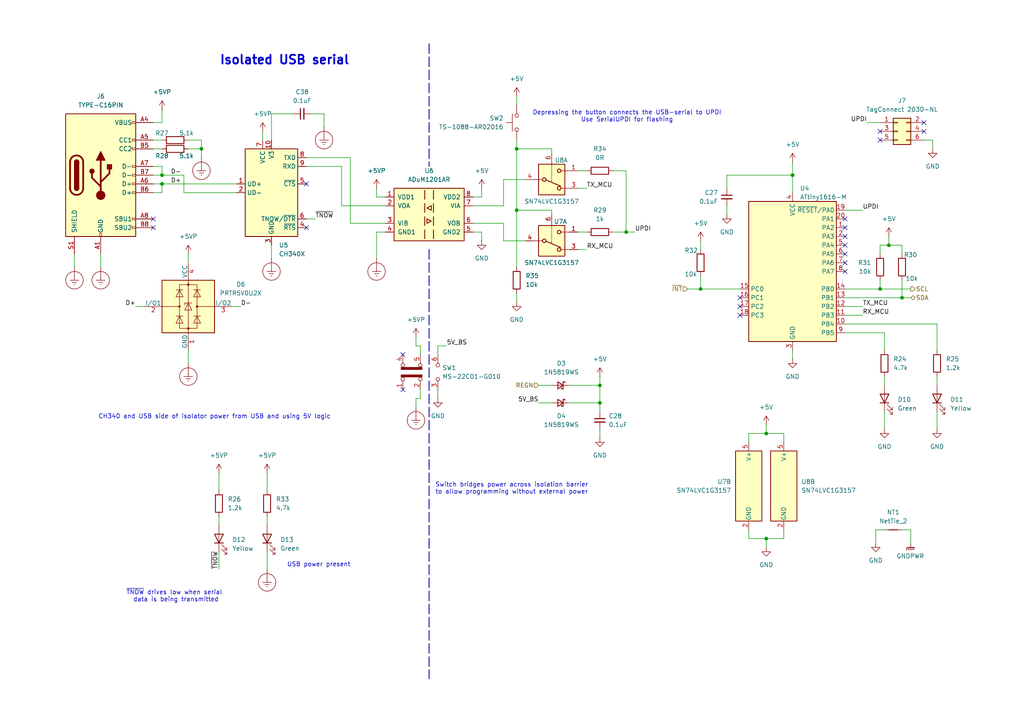
<source format=kicad_sch>
(kicad_sch (version 20250114) (generator "eeschema") (generator_version "9.0")
  (paper "A4")
  (title_block (title "Control MCU with Isolated USB-Serial Interface") (rev "1.0") (comment 1 "Through-hole connectors not to be installed as part of PCBA"))
  (lib_symbols
    (symbol "Analog_Switch:NC7SB3157P6X" (pin_names (offset 0.127))
      (property "Reference" "U" (at -3.175 7.239 0))
      (property "Value" "NC7SB3157P6X" (at -3.175 5.461 0))
      (symbol "NC7SB3157P6X_1_1"
        (polyline (pts (xy -5.08 0) (xy -2.794 0)))
        (rectangle (start -3.81 4.445) (end 3.81 -4.445) (stroke (width 0.254)) (fill (type background)))
        (circle (center -2.159 0) (radius 0.508) (stroke (width 0.254)))
        (polyline (pts (xy -1.651 0.127) (xy 2.54 1.905)) (stroke (width 0.254)))
        (polyline (pts (xy 0 0.254) (xy 0 0.508)))
        (polyline (pts (xy 0 0.254) (xy 0 0.508)))
        (polyline (pts (xy 0 -0.254) (xy 0 0)))
        (polyline (pts (xy 0 -0.762) (xy 0 -0.508)))
        (polyline (pts (xy 0 -1.27) (xy 0 -1.016)))
        (polyline (pts (xy 0 -1.778) (xy 0 -1.524)))
        (polyline (pts (xy 0 -2.286) (xy 0 -2.032)))
        (polyline (pts (xy 0 -2.794) (xy 0 -2.54)))
        (polyline (pts (xy 0 -3.302) (xy 0 -3.048)))
        (polyline (pts (xy 0 -3.81) (xy 0 -3.556)))
        (polyline (pts (xy 0 -4.318) (xy 0 -4.064)))
        (polyline (pts (xy 0 -5.08) (xy 0 -4.572)))
        (circle (center 2.159 2.54) (radius 0.508) (stroke (width 0.254)))
        (circle (center 2.159 -2.54) (radius 0.508) (stroke (width 0.254)))
        (polyline (pts (xy 5.08 2.54) (xy 2.794 2.54)))
        (polyline (pts (xy 5.08 -2.54) (xy 2.794 -2.54)))
        (pin passive line (at -7.62 0 0) (length 2.54) (name "~") (number "4"))
        (pin input line (at 0 -7.62 90) (length 2.54) (name "~") (number "6"))
        (pin passive line (at 7.62 2.54 180) (length 2.54) (name "~") (number "3"))
        (pin passive line (at 7.62 -2.54 180) (length 2.54) (name "~") (number "1"))
      )
      (symbol "NC7SB3157P6X_2_0"
        (pin power_in line (at 0 12.7 270) (length 2.54) (name "V+") (number "5"))
        (pin power_in line (at 0 -12.7 90) (length 2.54) (name "GND") (number "2"))
      )
      (symbol "NC7SB3157P6X_2_1"
        (rectangle (start -3.81 10.16) (end 3.81 -10.16) (stroke (width 0.254)) (fill (type background)))
      )
    )
    (symbol "Connector:USB_C_Receptacle_USB2.0_16P" (pin_names (offset 1.016))
      (property "Reference" "J" (at 0 22.225 0))
      (property "Value" "USB_C_Receptacle_USB2.0_16P" (at 0 19.685 0))
      (symbol "USB_C_Receptacle_USB2.0_16P_0_0"
        (rectangle (start -0.254 -17.78) (end 0.254 -16.764))
        (rectangle (start 10.16 15.494) (end 9.144 14.986))
        (rectangle (start 10.16 10.414) (end 9.144 9.906))
        (rectangle (start 10.16 7.874) (end 9.144 7.366))
        (rectangle (start 10.16 2.794) (end 9.144 2.286))
        (rectangle (start 10.16 0.254) (end 9.144 -0.254))
        (rectangle (start 10.16 -2.286) (end 9.144 -2.794))
        (rectangle (start 10.16 -4.826) (end 9.144 -5.334))
        (rectangle (start 10.16 -12.446) (end 9.144 -12.954))
        (rectangle (start 10.16 -14.986) (end 9.144 -15.494))
      )
      (symbol "USB_C_Receptacle_USB2.0_16P_0_1"
        (rectangle (start -10.16 17.78) (end 10.16 -17.78) (stroke (width 0.254)) (fill (type background)))
        (polyline (pts (xy -8.89 -3.81) (xy -8.89 3.81)) (stroke (width 0.508)))
        (rectangle (start -7.62 -3.81) (end -6.35 3.81) (stroke (width 0.254)) (fill (type outline)))
        (arc (start -7.62 3.81) (mid -6.985 4.4423) (end -6.35 3.81) (stroke (width 0.254)))
        (arc (start -7.62 3.81) (mid -6.985 4.4423) (end -6.35 3.81) (stroke (width 0.254)) (fill (type outline)))
        (arc (start -8.89 3.81) (mid -6.985 5.7067) (end -5.08 3.81) (stroke (width 0.508)))
        (arc (start -5.08 -3.81) (mid -6.985 -5.7067) (end -8.89 -3.81) (stroke (width 0.508)))
        (arc (start -6.35 -3.81) (mid -6.985 -4.4423) (end -7.62 -3.81) (stroke (width 0.254)))
        (arc (start -6.35 -3.81) (mid -6.985 -4.4423) (end -7.62 -3.81) (stroke (width 0.254)) (fill (type outline)))
        (polyline (pts (xy -5.08 3.81) (xy -5.08 -3.81)) (stroke (width 0.508)))
        (circle (center -2.54 1.143) (radius 0.635) (stroke (width 0.254)) (fill (type outline)))
        (polyline (pts (xy -1.27 4.318) (xy 0 6.858) (xy 1.27 4.318) (xy -1.27 4.318)) (stroke (width 0.254)) (fill (type outline)))
        (polyline (pts (xy 0 -2.032) (xy 2.54 0.508) (xy 2.54 1.778)) (stroke (width 0.508)))
        (polyline (pts (xy 0 -3.302) (xy -2.54 -0.762) (xy -2.54 0.508)) (stroke (width 0.508)))
        (polyline (pts (xy 0 -5.842) (xy 0 4.318)) (stroke (width 0.508)))
        (circle (center 0 -5.842) (radius 1.27) (fill (type outline)))
        (rectangle (start 1.905 1.778) (end 3.175 3.048) (stroke (width 0.254)) (fill (type outline)))
      )
      (symbol "USB_C_Receptacle_USB2.0_16P_1_1"
        (pin passive line (at -7.62 -22.86 90) (length 5.08) (name "SHIELD") (number "S1"))
        (pin passive line (at 0 -22.86 90) (length 5.08) (name "GND") (number "A1"))
        (pin passive line (at 0 -22.86 90) (length 5.08) (hide yes) (name "GND") (number "A12"))
        (pin passive line (at 0 -22.86 90) (length 5.08) (hide yes) (name "GND") (number "B1"))
        (pin passive line (at 0 -22.86 90) (length 5.08) (hide yes) (name "GND") (number "B12"))
        (pin passive line (at 15.24 15.24 180) (length 5.08) (name "VBUS") (number "A4"))
        (pin passive line (at 15.24 15.24 180) (length 5.08) (hide yes) (name "VBUS") (number "A9"))
        (pin passive line (at 15.24 15.24 180) (length 5.08) (hide yes) (name "VBUS") (number "B4"))
        (pin passive line (at 15.24 15.24 180) (length 5.08) (hide yes) (name "VBUS") (number "B9"))
        (pin bidirectional line (at 15.24 10.16 180) (length 5.08) (name "CC1") (number "A5"))
        (pin bidirectional line (at 15.24 7.62 180) (length 5.08) (name "CC2") (number "B5"))
        (pin bidirectional line (at 15.24 2.54 180) (length 5.08) (name "D-") (number "A7"))
        (pin bidirectional line (at 15.24 0 180) (length 5.08) (name "D-") (number "B7"))
        (pin bidirectional line (at 15.24 -2.54 180) (length 5.08) (name "D+") (number "A6"))
        (pin bidirectional line (at 15.24 -5.08 180) (length 5.08) (name "D+") (number "B6"))
        (pin bidirectional line (at 15.24 -12.7 180) (length 5.08) (name "SBU1") (number "A8"))
        (pin bidirectional line (at 15.24 -15.24 180) (length 5.08) (name "SBU2") (number "B8"))
      )
    )
    (symbol "Connector_Generic:Conn_02x03_Odd_Even" (pin_names (offset 1.016) (hide yes))
      (property "Reference" "J" (at 1.27 5.08 0))
      (property "Value" "Conn_02x03_Odd_Even" (at 1.27 -5.08 0))
      (symbol "Conn_02x03_Odd_Even_1_1"
        (rectangle (start -1.27 3.81) (end 3.81 -3.81) (stroke (width 0.254)) (fill (type background)))
        (rectangle (start -1.27 2.667) (end 0 2.413) (stroke (width 0.1524)))
        (rectangle (start -1.27 0.127) (end 0 -0.127) (stroke (width 0.1524)))
        (rectangle (start -1.27 -2.413) (end 0 -2.667) (stroke (width 0.1524)))
        (rectangle (start 3.81 2.667) (end 2.54 2.413) (stroke (width 0.1524)))
        (rectangle (start 3.81 0.127) (end 2.54 -0.127) (stroke (width 0.1524)))
        (rectangle (start 3.81 -2.413) (end 2.54 -2.667) (stroke (width 0.1524)))
        (pin passive line (at -5.08 2.54 0) (length 3.81) (name "Pin_1") (number "1"))
        (pin passive line (at -5.08 0 0) (length 3.81) (name "Pin_3") (number "3"))
        (pin passive line (at -5.08 -2.54 0) (length 3.81) (name "Pin_5") (number "5"))
        (pin passive line (at 7.62 2.54 180) (length 3.81) (name "Pin_2") (number "2"))
        (pin passive line (at 7.62 0 180) (length 3.81) (name "Pin_4") (number "4"))
        (pin passive line (at 7.62 -2.54 180) (length 3.81) (name "Pin_6") (number "6"))
      )
    )
    (symbol "Device:C_Small" (pin_numbers (hide yes)) (pin_names (offset 0.254) (hide yes))
      (property "Reference" "C" (at 0.254 1.778 0))
      (property "Value" "C_Small" (at 0.254 -2.032 0))
      (symbol "C_Small_0_1"
        (polyline (pts (xy -1.524 0.508) (xy 1.524 0.508)) (stroke (width 0.3048)))
        (polyline (pts (xy -1.524 -0.508) (xy 1.524 -0.508)) (stroke (width 0.3302)))
      )
      (symbol "C_Small_1_1"
        (pin passive line (at 0 2.54 270) (length 2.032) (name "~") (number "1"))
        (pin passive line (at 0 -2.54 90) (length 2.032) (name "~") (number "2"))
      )
    )
    (symbol "Device:D_Schottky_Small" (pin_numbers (hide yes)) (pin_names (offset 0.254) (hide yes))
      (property "Reference" "D" (at -1.27 2.032 0))
      (property "Value" "D_Schottky_Small" (at -7.112 -2.032 0))
      (symbol "D_Schottky_Small_0_1"
        (polyline (pts (xy -1.27 0.762) (xy -1.27 1.016) (xy -0.762 1.016) (xy -0.762 -1.016) (xy -0.254 -1.016) (xy -0.254 -0.762)) (stroke (width 0.254)))
        (polyline (pts (xy -0.762 0) (xy 0.762 0)))
        (polyline (pts (xy 0.762 -1.016) (xy -0.762 0) (xy 0.762 1.016) (xy 0.762 -1.016)) (stroke (width 0.254)))
      )
      (symbol "D_Schottky_Small_1_1"
        (pin passive line (at -2.54 0 0) (length 1.778) (name "K") (number "1"))
        (pin passive line (at 2.54 0 180) (length 1.778) (name "A") (number "2"))
      )
    )
    (symbol "Device:LED" (pin_numbers (hide yes)) (pin_names (offset 1.016) (hide yes))
      (property "Reference" "D" (at 0 2.54 0))
      (property "Value" "LED" (at 0 -2.54 0))
      (symbol "LED_0_1"
        (polyline (pts (xy -3.048 -0.762) (xy -4.572 -2.286) (xy -3.81 -2.286) (xy -4.572 -2.286) (xy -4.572 -1.524)))
        (polyline (pts (xy -1.778 -0.762) (xy -3.302 -2.286) (xy -2.54 -2.286) (xy -3.302 -2.286) (xy -3.302 -1.524)))
        (polyline (pts (xy -1.27 0) (xy 1.27 0)))
        (polyline (pts (xy -1.27 -1.27) (xy -1.27 1.27)) (stroke (width 0.254)))
        (polyline (pts (xy 1.27 -1.27) (xy 1.27 1.27) (xy -1.27 0) (xy 1.27 -1.27)) (stroke (width 0.254)))
      )
      (symbol "LED_1_1"
        (pin passive line (at -3.81 0 0) (length 2.54) (name "K") (number "1"))
        (pin passive line (at 3.81 0 180) (length 2.54) (name "A") (number "2"))
      )
    )
    (symbol "Device:NetTie_2" (pin_numbers (hide yes)) (pin_names (offset 0) (hide yes)) (in_bom no)
      (property "Reference" "NT" (at 0 1.27 0))
      (property "Value" "NetTie_2" (at 0 -1.27 0))
      (symbol "NetTie_2_0_1"
        (polyline (pts (xy -1.27 0) (xy 1.27 0)) (stroke (width 0.254)))
      )
      (symbol "NetTie_2_1_1"
        (pin passive line (at -2.54 0 0) (length 2.54) (name "1") (number "1"))
        (pin passive line (at 2.54 0 180) (length 2.54) (name "2") (number "2"))
      )
    )
    (symbol "Device:R" (pin_numbers (hide yes)) (pin_names (offset 0))
      (property "Reference" "R" (at 2.032 0 90))
      (property "Value" "R" (at 0 0 90))
      (symbol "R_0_1"
        (rectangle (start -1.016 -2.54) (end 1.016 2.54) (stroke (width 0.254)))
      )
      (symbol "R_1_1"
        (pin passive line (at 0 3.81 270) (length 1.27) (name "~") (number "1"))
        (pin passive line (at 0 -3.81 90) (length 1.27) (name "~") (number "2"))
      )
    )
    (symbol "Interface_USB:CH340X"
      (property "Reference" "U" (at -5.08 13.97 0))
      (property "Value" "CH340X" (at 1.27 13.97 0))
      (symbol "CH340X_0_1"
        (rectangle (start -7.62 12.7) (end 7.62 -12.7) (stroke (width 0.254)) (fill (type background)))
      )
      (symbol "CH340X_1_1"
        (pin bidirectional line (at -10.16 2.54 0) (length 2.54) (name "UD+") (number "1"))
        (pin bidirectional line (at -10.16 0 0) (length 2.54) (name "UD-") (number "2"))
        (pin power_in line (at -2.54 15.24 270) (length 2.54) (name "VCC") (number "7"))
        (pin power_out line (at 0 15.24 270) (length 2.54) (name "V3") (number "10"))
        (pin power_in line (at 0 -15.24 90) (length 2.54) (name "GND") (number "3"))
        (pin output line (at 10.16 10.16 180) (length 2.54) (name "TXD") (number "8"))
        (pin input line (at 10.16 7.62 180) (length 2.54) (name "RXD") (number "9"))
        (pin input line (at 10.16 2.54 180) (length 2.54) (name "~{CTS}") (number "5"))
        (pin output line (at 10.16 -7.62 180) (length 2.54) (name "TNOW/~{DTR}") (number "6"))
        (pin output line (at 10.16 -10.16 180) (length 2.54) (name "~{RTS}") (number "4"))
      )
    )
    (symbol "Isolator:ADuM1201AR" (pin_names (offset 1.016))
      (property "Reference" "U" (at -10.16 8.89 0))
      (property "Value" "ADuM1201AR" (at -2.032 8.89 0))
      (symbol "ADuM1201AR_0_1"
        (rectangle (start -10.16 7.62) (end 10.16 -7.62) (stroke (width 0.254)) (fill (type background)))
        (polyline (pts (xy -1.27 6.985) (xy -1.27 4.445)) (stroke (width 0.254)))
        (polyline (pts (xy -1.27 3.175) (xy -1.27 0.635)) (stroke (width 0.254)))
        (polyline (pts (xy -1.27 -0.635) (xy -1.27 -3.175)) (stroke (width 0.254)))
        (polyline (pts (xy -1.27 -4.445) (xy -1.27 -6.985)) (stroke (width 0.254)))
        (polyline (pts (xy -0.635 -1.27) (xy -0.635 -2.54) (xy 0.635 -1.905) (xy -0.635 -1.27)) (stroke (width 0.254)))
        (polyline (pts (xy 0.635 2.54) (xy 0.635 1.27) (xy -0.635 1.905) (xy 0.635 2.54)) (stroke (width 0.254)))
        (polyline (pts (xy 1.27 6.985) (xy 1.27 4.445)) (stroke (width 0.254)))
        (polyline (pts (xy 1.27 3.175) (xy 1.27 0.635)) (stroke (width 0.254)))
        (polyline (pts (xy 1.27 -0.635) (xy 1.27 -3.175)) (stroke (width 0.254)))
        (polyline (pts (xy 1.27 -4.445) (xy 1.27 -6.985)) (stroke (width 0.254)))
      )
      (symbol "ADuM1201AR_1_1"
        (pin power_in line (at -12.7 5.08 0) (length 2.54) (name "VDD1") (number "1"))
        (pin output line (at -12.7 2.54 0) (length 2.54) (name "VOA") (number "2"))
        (pin input line (at -12.7 -2.54 0) (length 2.54) (name "VIB") (number "3"))
        (pin power_in line (at -12.7 -5.08 0) (length 2.54) (name "GND1") (number "4"))
        (pin power_in line (at 12.7 5.08 180) (length 2.54) (name "VDD2") (number "8"))
        (pin input line (at 12.7 2.54 180) (length 2.54) (name "VIA") (number "7"))
        (pin output line (at 12.7 -2.54 180) (length 2.54) (name "VOB") (number "6"))
        (pin power_in line (at 12.7 -5.08 180) (length 2.54) (name "GND2") (number "5"))
      )
    )
    (symbol "MCU_Microchip_ATtiny:ATtiny1616-M"
      (property "Reference" "U" (at -12.7 21.59 0))
      (property "Value" "ATtiny1616-M" (at 2.54 -21.59 0))
      (symbol "ATtiny1616-M_0_1"
        (rectangle (start -12.7 -20.32) (end 12.7 20.32) (stroke (width 0.254)) (fill (type background)))
      )
      (symbol "ATtiny1616-M_1_1"
        (pin bidirectional line (at -15.24 -5.08 0) (length 2.54) (name "PC0") (number "15"))
        (pin bidirectional line (at -15.24 -7.62 0) (length 2.54) (name "PC1") (number "16"))
        (pin bidirectional line (at -15.24 -10.16 0) (length 2.54) (name "PC2") (number "17"))
        (pin bidirectional line (at -15.24 -12.7 0) (length 2.54) (name "PC3") (number "18"))
        (pin power_in line (at 0 22.86 270) (length 2.54) (name "VCC") (number "4"))
        (pin passive line (at 0 -22.86 90) (length 2.54) (hide yes) (name "GND") (number "21"))
        (pin power_in line (at 0 -22.86 90) (length 2.54) (name "GND") (number "3"))
        (pin bidirectional line (at 15.24 17.78 180) (length 2.54) (name "~{RESET}/PA0") (number "19"))
        (pin bidirectional line (at 15.24 15.24 180) (length 2.54) (name "PA1") (number "20"))
        (pin bidirectional line (at 15.24 12.7 180) (length 2.54) (name "PA2") (number "1"))
        (pin bidirectional line (at 15.24 10.16 180) (length 2.54) (name "PA3") (number "2"))
        (pin bidirectional line (at 15.24 7.62 180) (length 2.54) (name "PA4") (number "5"))
        (pin bidirectional line (at 15.24 5.08 180) (length 2.54) (name "PA5") (number "6"))
        (pin bidirectional line (at 15.24 2.54 180) (length 2.54) (name "PA6") (number "7"))
        (pin bidirectional line (at 15.24 0 180) (length 2.54) (name "PA7") (number "8"))
        (pin bidirectional line (at 15.24 -5.08 180) (length 2.54) (name "PB0") (number "14"))
        (pin bidirectional line (at 15.24 -7.62 180) (length 2.54) (name "PB1") (number "13"))
        (pin bidirectional line (at 15.24 -10.16 180) (length 2.54) (name "PB2") (number "12"))
        (pin bidirectional line (at 15.24 -12.7 180) (length 2.54) (name "PB3") (number "11"))
        (pin bidirectional line (at 15.24 -15.24 180) (length 2.54) (name "PB4") (number "10"))
        (pin bidirectional line (at 15.24 -17.78 180) (length 2.54) (name "PB5") (number "9"))
      )
    )
    (symbol "Power_Protection:PRTR5V0U2X" (pin_names (offset 0))
      (property "Reference" "D" (at 2.794 8.636 0))
      (property "Value" "PRTR5V0U2X" (at 8.128 -9.398 0))
      (symbol "PRTR5V0U2X_0_1"
        (rectangle (start -7.62 -7.62) (end 7.62 7.62) (stroke (width 0.254)) (fill (type background)))
        (polyline (pts (xy -3.556 2.794) (xy -1.524 2.794) (xy -2.54 4.826) (xy -3.556 2.794)))
        (polyline (pts (xy -3.556 -4.826) (xy -1.524 -4.826) (xy -2.54 -2.794) (xy -3.556 -4.826)))
        (rectangle (start -2.54 6.35) (end 2.54 -6.35))
        (circle (center -2.54 0) (radius 0.254) (fill (type outline)))
        (polyline (pts (xy -2.54 0) (xy -7.62 0)))
        (polyline (pts (xy -1.524 4.826) (xy -3.556 4.826)))
        (polyline (pts (xy -1.524 -2.794) (xy -3.556 -2.794)))
        (polyline (pts (xy -1.016 -1.016) (xy 1.016 -1.016) (xy 0 1.016) (xy -1.016 -1.016)))
        (circle (center 0 6.35) (radius 0.254) (fill (type outline)))
        (circle (center 0 -6.35) (radius 0.254) (fill (type outline)))
        (polyline (pts (xy 0 -7.62) (xy 0 7.62)))
        (polyline (pts (xy 1.016 1.016) (xy -1.016 1.016) (xy -1.016 0.508)))
        (polyline (pts (xy 1.524 4.826) (xy 3.556 4.826)))
        (polyline (pts (xy 1.524 -2.794) (xy 3.556 -2.794)))
        (polyline (pts (xy 2.54 0) (xy 7.62 0)))
        (circle (center 2.54 0) (radius 0.254) (fill (type outline)))
        (polyline (pts (xy 3.556 2.794) (xy 1.524 2.794) (xy 2.54 4.826) (xy 3.556 2.794)))
        (polyline (pts (xy 3.556 -4.826) (xy 1.524 -4.826) (xy 2.54 -2.794) (xy 3.556 -4.826)))
      )
      (symbol "PRTR5V0U2X_1_1"
        (pin passive line (at -12.7 0 0) (length 5.08) (name "I/O1") (number "2"))
        (pin passive line (at 0 12.7 270) (length 5.08) (name "VCC") (number "4"))
        (pin passive line (at 0 -12.7 90) (length 5.08) (name "GND") (number "1"))
        (pin passive line (at 12.7 0 180) (length 5.08) (name "I/O2") (number "3"))
      )
    )
    (symbol "Switch:SW_Push" (pin_numbers (hide yes)) (pin_names (offset 1.016) (hide yes))
      (property "Reference" "SW" (at 1.27 2.54 0))
      (property "Value" "SW_Push" (at 0 -1.524 0))
      (symbol "SW_Push_0_1"
        (circle (center -2.032 0) (radius 0.508))
        (polyline (pts (xy 0 1.27) (xy 0 3.048)))
        (circle (center 2.032 0) (radius 0.508))
        (polyline (pts (xy 2.54 1.27) (xy -2.54 1.27)))
        (pin passive line (at -5.08 0 0) (length 2.54) (name "1") (number "1"))
        (pin passive line (at 5.08 0 180) (length 2.54) (name "2") (number "2"))
      )
    )
    (symbol "batt-protection:SW_Slide_DPDT" (pin_names (offset 0) (hide yes))
      (property "Reference" "SW" (at 0 6.858 0))
      (property "Value" "SW_Slide_DPDT_CK" (at 0 -8.128 0))
      (symbol "SW_Slide_DPDT_0_0"
        (circle (center -2.032 5.08) (radius 0.508))
        (circle (center -2.032 -5.08) (radius 0.508))
        (circle (center 2.032 0) (radius 0.508))
        (circle (center 2.032 -5.08) (radius 0.508))
      )
      (symbol "SW_Slide_DPDT_0_1"
        (circle (center -2.032 0) (radius 0.508))
        (circle (center 2.032 5.08) (radius 0.508))
      )
      (symbol "SW_Slide_DPDT_1_1"
        (rectangle (start -1.397 5.588) (end -0.762 -0.508) (fill (type outline)))
        (rectangle (start 0.762 5.588) (end 1.397 -0.508) (fill (type outline)))
        (pin passive line (at -5.08 5.08 0) (length 2.54) (name "A") (number "1"))
        (pin passive line (at -5.08 0 0) (length 2.54) (name "B") (number "2"))
        (pin passive line (at -5.08 -5.08 0) (length 2.54) (name "C") (number "3"))
        (pin passive line (at 5.08 5.08 180) (length 2.54) (name "A") (number "4"))
        (pin passive line (at 5.08 0 180) (length 2.54) (name "B") (number "5"))
        (pin passive line (at 5.08 -5.08 180) (length 2.54) (name "C") (number "6"))
      )
    )
    (symbol "power:+5V" (power) (pin_numbers (hide yes)) (pin_names (offset 0) (hide yes))
      (property "Value" "+5V" (at 0 3.556 0))
      (symbol "+5V_0_1"
        (polyline (pts (xy -0.762 1.27) (xy 0 2.54)))
        (polyline (pts (xy 0 2.54) (xy 0.762 1.27)))
        (polyline (pts (xy 0 0) (xy 0 2.54)))
      )
      (symbol "+5V_1_1"
        (pin power_in line (at 0 0 90) (length 0) (name "~") (number "1"))
      )
    )
    (symbol "power:+5VP" (power) (pin_numbers (hide yes)) (pin_names (offset 0) (hide yes))
      (property "Value" "+5VP" (at 0 3.556 0))
      (symbol "+5VP_0_1"
        (polyline (pts (xy -0.762 1.27) (xy 0 2.54)))
        (polyline (pts (xy 0 2.54) (xy 0.762 1.27)))
        (polyline (pts (xy 0 0) (xy 0 2.54)))
      )
      (symbol "+5VP_1_1"
        (pin power_in line (at 0 0 90) (length 0) (name "~") (number "1"))
      )
    )
    (symbol "power:Earth_Protective" (power) (pin_numbers (hide yes)) (pin_names (offset 0) (hide yes))
      (property "Value" "Earth_Protective" (at 0 -7.62 0))
      (symbol "Earth_Protective_0_1"
        (polyline (pts (xy -0.635 -4.445) (xy 0.635 -4.445)))
        (polyline (pts (xy -0.127 -5.08) (xy 0.127 -5.08)))
        (polyline (pts (xy 0 -3.81) (xy 0 0)))
        (circle (center 0 -3.81) (radius 2.54))
        (polyline (pts (xy 1.27 -3.81) (xy -1.27 -3.81)))
      )
      (symbol "Earth_Protective_1_1"
        (pin power_in line (at 0 0 270) (length 0) (name "~") (number "1"))
      )
    )
    (symbol "power:GND" (power) (pin_numbers (hide yes)) (pin_names (offset 0) (hide yes))
      (property "Value" "GND" (at 0 -3.81 0))
      (symbol "GND_0_1"
        (polyline (pts (xy 0 0) (xy 0 -1.27) (xy 1.27 -1.27) (xy 0 -2.54) (xy -1.27 -1.27) (xy 0 -1.27)))
      )
      (symbol "GND_1_1"
        (pin power_in line (at 0 0 270) (length 0) (name "~") (number "1"))
      )
    )
    (symbol "power:GNDPWR" (power) (pin_numbers (hide yes)) (pin_names (offset 0) (hide yes))
      (property "Value" "GNDPWR" (at 0 -3.302 0))
      (symbol "GNDPWR_0_1"
        (polyline (pts (xy -1.016 -1.27) (xy -1.27 -2.032) (xy -1.27 -2.032)) (stroke (width 0.2032)))
        (polyline (pts (xy -0.508 -1.27) (xy -0.762 -2.032) (xy -0.762 -2.032)) (stroke (width 0.2032)))
        (polyline (pts (xy 0 -1.27) (xy 0 0)))
        (polyline (pts (xy 0 -1.27) (xy -0.254 -2.032) (xy -0.254 -2.032)) (stroke (width 0.2032)))
        (polyline (pts (xy 0.508 -1.27) (xy 0.254 -2.032) (xy 0.254 -2.032)) (stroke (width 0.2032)))
        (polyline (pts (xy 1.016 -1.27) (xy -1.016 -1.27) (xy -1.016 -1.27)) (stroke (width 0.2032)))
        (polyline (pts (xy 1.016 -1.27) (xy 0.762 -2.032) (xy 0.762 -2.032) (xy 0.762 -2.032)) (stroke (width 0.2032)))
      )
      (symbol "GNDPWR_1_1"
        (pin power_in line (at 0 0 270) (length 0) (name "~") (number "1"))
      )
    )
  )
  (text "~{TNOW} drives low when serial \ndata is being transmitted" (at 51.054 172.974 0) (effects (font (size 1.27 1.27))))
  (text "Depressing the button connects the USB-serial to UPDI\nUse SerialUPDI for flashing" (at 181.864 33.782 0) (effects (font (size 1.27 1.27))))
  (text "Switch bridges power across isolation barrier\nto allow programming without external power" (at 126.238 141.732 0) (effects (font (size 1.27 1.27)) (justify left)))
  (text "USB power present" (at 92.456 163.83 0) (effects (font (size 1.27 1.27))))
  (text "Isolated USB serial" (at 82.55 17.526 0) (effects (font (size 2.54 2.54) (thickness 0.508) (bold yes))))
  (text "CH340 and USB side of isolator power from USB and using 5V logic" (at 62.23 120.904 0) (effects (font (size 1.27 1.27))))
  (junction (at 58.42 43.18))
  (junction (at 149.86 43.18))
  (junction (at 149.86 60.96))
  (junction (at 255.27 83.82))
  (junction (at 173.99 116.84))
  (junction (at 46.99 50.8))
  (junction (at 181.61 67.31))
  (junction (at 173.99 111.76))
  (junction (at 261.62 86.36))
  (junction (at 257.81 71.12))
  (junction (at 222.25 156.21))
  (junction (at 222.25 125.73))
  (junction (at 46.99 53.34))
  (junction (at 229.87 50.8))
  (junction (at 203.2 83.82))
  (no_connect (at 255.27 38.1))
  (no_connect (at 214.63 88.9))
  (no_connect (at 44.45 63.5))
  (no_connect (at 214.63 91.44))
  (no_connect (at 245.11 63.5))
  (no_connect (at 267.97 35.56))
  (no_connect (at 245.11 68.58))
  (no_connect (at 245.11 71.12))
  (no_connect (at 245.11 73.66))
  (no_connect (at 245.11 66.04))
  (no_connect (at 88.9 66.04))
  (no_connect (at 255.27 40.64))
  (no_connect (at 116.84 113.03))
  (no_connect (at 44.45 66.04))
  (no_connect (at 116.84 102.87))
  (no_connect (at 214.63 86.36))
  (no_connect (at 88.9 53.34))
  (no_connect (at 267.97 38.1))
  (no_connect (at 245.11 76.2))
  (no_connect (at 245.11 78.74))
  (wire (pts (xy 229.87 101.6) (xy 229.87 104.14)))
  (wire (pts (xy 127 100.33) (xy 127 102.87)))
  (wire (pts (xy 39.37 88.9) (xy 41.91 88.9)))
  (wire (pts (xy 120.65 100.33) (xy 121.92 100.33)))
  (wire (pts (xy 54.61 40.64) (xy 58.42 40.64)))
  (wire (pts (xy 222.25 125.73) (xy 222.25 123.19)))
  (wire (pts (xy 46.99 50.8) (xy 44.45 50.8)))
  (wire (pts (xy 267.97 40.64) (xy 270.51 40.64)))
  (wire (pts (xy 245.11 83.82) (xy 255.27 83.82)))
  (wire (pts (xy 149.86 40.64) (xy 149.86 43.18)))
  (wire (pts (xy 121.92 115.57) (xy 121.92 113.03)))
  (wire (pts (xy 44.45 35.56) (xy 46.99 35.56)))
  (wire (pts (xy 257.81 71.12) (xy 257.81 68.58)))
  (wire (pts (xy 149.86 43.18) (xy 149.86 60.96)))
  (wire (pts (xy 160.02 60.96) (xy 149.86 60.96)))
  (wire (pts (xy 21.59 73.66) (xy 21.59 77.47)))
  (wire (pts (xy 245.11 86.36) (xy 261.62 86.36)))
  (wire (pts (xy 99.06 59.69) (xy 99.06 48.26)))
  (wire (pts (xy 127 113.03) (xy 127 115.57)))
  (wire (pts (xy 167.64 72.39) (xy 170.18 72.39)))
  (wire (pts (xy 88.9 63.5) (xy 91.44 63.5)))
  (wire (pts (xy 85.09 33.02) (xy 78.74 33.02)))
  (wire (pts (xy 137.16 67.31) (xy 139.7 67.31)))
  (wire (pts (xy 77.47 137.16) (xy 77.47 142.24)))
  (wire (pts (xy 270.51 40.64) (xy 270.51 43.18)))
  (wire (pts (xy 109.22 67.31) (xy 111.76 67.31)))
  (wire (pts (xy 271.78 93.98) (xy 271.78 101.6)))
  (wire (pts (xy 251.46 35.56) (xy 255.27 35.56)))
  (wire (pts (xy 77.47 165.1) (xy 77.47 160.02)))
  (wire (pts (xy 222.25 156.21) (xy 227.33 156.21)))
  (wire (pts (xy 255.27 71.12) (xy 257.81 71.12)))
  (wire (pts (xy 245.11 88.9) (xy 250.19 88.9)))
  (wire (pts (xy 152.4 52.07) (xy 146.05 52.07)))
  (wire (pts (xy 173.99 124.46) (xy 173.99 127)))
  (wire (pts (xy 261.62 71.12) (xy 261.62 73.66)))
  (wire (pts (xy 255.27 81.28) (xy 255.27 83.82)))
  (wire (pts (xy 181.61 67.31) (xy 184.15 67.31)))
  (wire (pts (xy 46.99 53.34) (xy 68.58 53.34)))
  (wire (pts (xy 199.39 83.82) (xy 203.2 83.82)))
  (wire (pts (xy 120.65 115.57) (xy 121.92 115.57)))
  (wire (pts (xy 229.87 50.8) (xy 229.87 55.88)))
  (polyline (pts (xy 124.46 12.7) (xy 124.46 48.26)) (stroke (width 0.254) (type dash)))
  (wire (pts (xy 217.17 153.67) (xy 217.17 156.21)))
  (wire (pts (xy 181.61 67.31) (xy 177.8 67.31)))
  (wire (pts (xy 146.05 52.07) (xy 146.05 59.69)))
  (wire (pts (xy 255.27 83.82) (xy 264.16 83.82)))
  (wire (pts (xy 173.99 111.76) (xy 173.99 116.84)))
  (wire (pts (xy 167.64 49.53) (xy 170.18 49.53)))
  (wire (pts (xy 58.42 40.64) (xy 58.42 43.18)))
  (wire (pts (xy 203.2 83.82) (xy 214.63 83.82)))
  (wire (pts (xy 156.21 116.84) (xy 160.02 116.84)))
  (wire (pts (xy 90.17 33.02) (xy 93.98 33.02)))
  (wire (pts (xy 254 153.67) (xy 256.54 153.67)))
  (wire (pts (xy 210.82 50.8) (xy 229.87 50.8)))
  (wire (pts (xy 257.81 71.12) (xy 261.62 71.12)))
  (wire (pts (xy 76.2 38.1) (xy 76.2 40.64)))
  (wire (pts (xy 78.74 71.12) (xy 78.74 74.93)))
  (wire (pts (xy 256.54 96.52) (xy 256.54 101.6)))
  (wire (pts (xy 53.34 55.88) (xy 53.34 50.8)))
  (wire (pts (xy 167.64 54.61) (xy 170.18 54.61)))
  (wire (pts (xy 54.61 101.6) (xy 54.61 105.41)))
  (wire (pts (xy 152.4 69.85) (xy 146.05 69.85)))
  (wire (pts (xy 149.86 27.94) (xy 149.86 30.48)))
  (wire (pts (xy 44.45 48.26) (xy 46.99 48.26)))
  (polyline (pts (xy 124.46 72.39) (xy 124.46 196.85)) (stroke (width 0.254) (type dash)))
  (wire (pts (xy 53.34 55.88) (xy 68.58 55.88)))
  (wire (pts (xy 63.5 137.16) (xy 63.5 142.24)))
  (wire (pts (xy 46.99 53.34) (xy 46.99 55.88)))
  (wire (pts (xy 264.16 153.67) (xy 264.16 157.48)))
  (wire (pts (xy 29.21 73.66) (xy 29.21 77.47)))
  (wire (pts (xy 177.8 49.53) (xy 181.61 49.53)))
  (wire (pts (xy 255.27 73.66) (xy 255.27 71.12)))
  (wire (pts (xy 173.99 111.76) (xy 173.99 109.22)))
  (wire (pts (xy 203.2 80.01) (xy 203.2 83.82)))
  (wire (pts (xy 261.62 86.36) (xy 264.16 86.36)))
  (wire (pts (xy 67.31 88.9) (xy 69.85 88.9)))
  (wire (pts (xy 254 157.48) (xy 254 153.67)))
  (wire (pts (xy 245.11 93.98) (xy 271.78 93.98)))
  (wire (pts (xy 137.16 64.77) (xy 146.05 64.77)))
  (wire (pts (xy 149.86 85.09) (xy 149.86 87.63)))
  (wire (pts (xy 46.99 50.8) (xy 53.34 50.8)))
  (wire (pts (xy 256.54 96.52) (xy 245.11 96.52)))
  (wire (pts (xy 120.65 100.33) (xy 120.65 97.79)))
  (wire (pts (xy 101.6 45.72) (xy 88.9 45.72)))
  (wire (pts (xy 137.16 59.69) (xy 146.05 59.69)))
  (wire (pts (xy 256.54 109.22) (xy 256.54 111.76)))
  (wire (pts (xy 229.87 46.99) (xy 229.87 50.8)))
  (wire (pts (xy 44.45 53.34) (xy 46.99 53.34)))
  (wire (pts (xy 109.22 74.93) (xy 109.22 67.31)))
  (wire (pts (xy 78.74 33.02) (xy 78.74 40.64)))
  (wire (pts (xy 156.21 111.76) (xy 160.02 111.76)))
  (wire (pts (xy 261.62 81.28) (xy 261.62 86.36)))
  (wire (pts (xy 109.22 57.15) (xy 109.22 54.61)))
  (wire (pts (xy 271.78 109.22) (xy 271.78 111.76)))
  (wire (pts (xy 44.45 40.64) (xy 46.99 40.64)))
  (wire (pts (xy 137.16 57.15) (xy 139.7 57.15)))
  (wire (pts (xy 139.7 67.31) (xy 139.7 69.85)))
  (wire (pts (xy 181.61 49.53) (xy 181.61 67.31)))
  (wire (pts (xy 54.61 43.18) (xy 58.42 43.18)))
  (wire (pts (xy 222.25 156.21) (xy 222.25 158.75)))
  (wire (pts (xy 210.82 54.61) (xy 210.82 50.8)))
  (wire (pts (xy 271.78 124.46) (xy 271.78 119.38)))
  (wire (pts (xy 160.02 44.45) (xy 160.02 43.18)))
  (wire (pts (xy 227.33 128.27) (xy 227.33 125.73)))
  (wire (pts (xy 261.62 153.67) (xy 264.16 153.67)))
  (wire (pts (xy 129.54 100.33) (xy 127 100.33)))
  (wire (pts (xy 46.99 48.26) (xy 46.99 50.8)))
  (wire (pts (xy 93.98 33.02) (xy 93.98 36.83)))
  (wire (pts (xy 111.76 57.15) (xy 109.22 57.15)))
  (wire (pts (xy 101.6 64.77) (xy 111.76 64.77)))
  (wire (pts (xy 245.11 91.44) (xy 250.19 91.44)))
  (wire (pts (xy 121.92 100.33) (xy 121.92 102.87)))
  (wire (pts (xy 120.65 115.57) (xy 120.65 118.11)))
  (wire (pts (xy 44.45 43.18) (xy 46.99 43.18)))
  (wire (pts (xy 217.17 125.73) (xy 217.17 128.27)))
  (wire (pts (xy 165.1 111.76) (xy 173.99 111.76)))
  (wire (pts (xy 99.06 59.69) (xy 111.76 59.69)))
  (wire (pts (xy 203.2 69.85) (xy 203.2 72.39)))
  (wire (pts (xy 256.54 124.46) (xy 256.54 119.38)))
  (wire (pts (xy 54.61 73.66) (xy 54.61 76.2)))
  (wire (pts (xy 227.33 125.73) (xy 222.25 125.73)))
  (wire (pts (xy 139.7 57.15) (xy 139.7 54.61)))
  (wire (pts (xy 58.42 43.18) (xy 58.42 45.72)))
  (wire (pts (xy 222.25 125.73) (xy 217.17 125.73)))
  (wire (pts (xy 146.05 69.85) (xy 146.05 64.77)))
  (wire (pts (xy 160.02 60.96) (xy 160.02 62.23)))
  (wire (pts (xy 46.99 55.88) (xy 44.45 55.88)))
  (wire (pts (xy 63.5 149.86) (xy 63.5 152.4)))
  (wire (pts (xy 160.02 43.18) (xy 149.86 43.18)))
  (wire (pts (xy 165.1 116.84) (xy 173.99 116.84)))
  (wire (pts (xy 149.86 60.96) (xy 149.86 77.47)))
  (wire (pts (xy 245.11 60.96) (xy 250.19 60.96)))
  (wire (pts (xy 63.5 165.1) (xy 63.5 160.02)))
  (wire (pts (xy 88.9 48.26) (xy 99.06 48.26)))
  (wire (pts (xy 173.99 119.38) (xy 173.99 116.84)))
  (wire (pts (xy 227.33 153.67) (xy 227.33 156.21)))
  (wire (pts (xy 170.18 67.31) (xy 167.64 67.31)))
  (wire (pts (xy 101.6 64.77) (xy 101.6 45.72)))
  (wire (pts (xy 77.47 149.86) (xy 77.47 152.4)))
  (wire (pts (xy 210.82 59.69) (xy 210.82 62.23)))
  (wire (pts (xy 217.17 156.21) (xy 222.25 156.21)))
  (wire (pts (xy 46.99 35.56) (xy 46.99 31.75)))
  (label "RX_MCU" (at 170.18 72.39 0) (effects (font (thickness 0.1588))))
  (label "D+" (at 49.53 53.34 0) (effects (font (thickness 0.1588))))
  (label "D-" (at 49.53 50.8 0) (effects (font (thickness 0.1588))))
  (label "RX_MCU" (at 250.19 91.44 0) (effects (font (thickness 0.1588))))
  (label "~{TNOW}" (at 91.44 63.5 0))
  (label "D-" (at 69.85 88.9 0) (effects (font (thickness 0.1588))))
  (label "~{TNOW}" (at 63.5 165.1 90))
  (label "TX_MCU" (at 250.19 88.9 0))
  (label "TX_MCU" (at 170.18 54.61 0))
  (label "UPDI" (at 250.19 60.96 0) (effects (font (thickness 0.1588))))
  (label "UPDI" (at 184.15 67.31 0) (effects (font (thickness 0.1588))))
  (label "5V_BS" (at 129.54 100.33 0) (effects (font (thickness 0.1588))))
  (label "D+" (at 39.37 88.9 180) (effects (font (thickness 0.1588))))
  (label "5V_BS" (at 156.21 116.84 180) (effects (font (thickness 0.1588))))
  (label "UPDI" (at 251.46 35.56 180) (effects (font (thickness 0.1588))))
  (hierarchical_label "SCL" (shape output) (at 264.16 83.82 0))
  (hierarchical_label "SDA" (shape bidirectional) (at 264.16 86.36 0))
  (hierarchical_label "~{INT}" (shape input) (at 199.39 83.82 180))
  (hierarchical_label "REGN" (shape input) (at 156.21 111.76 180) (effects (font (thickness 0.1588))))
  (symbol (lib_id "batt-protection:SW_Slide_DPDT") (at 121.92 107.95 90) (unit 1)
    (property "Reference" "SW1" (at 128.27 106.6799 90) (effects (justify right)))
    (property "Value" "MS-22C01-G010" (at 128.27 109.2199 90) (effects (justify right)))
    (property "Footprint" "Charger:SW_DPDT_MS-22C01-G010" (effects (hide yes)))
    (property "Description" "Slide Switch, dual pole double throw" (effects (hide yes)))
  )
  (symbol (lib_id "power:+5VP") (at 76.2 38.1 0) (unit 1)
    (property "Reference" "#PWR070" (effects (hide yes)))
    (property "Value" "+5VP" (at 76.2 33.02 0))
    (property "Description" "Power symbol creates a global label with name \"+5VP\"" (effects (hide yes)))
  )
  (symbol (lib_id "Interface_USB:CH340X") (at 78.74 55.88 0) (unit 1)
    (property "Reference" "U5" (at 80.8833 71.12 0) (effects (justify left)))
    (property "Value" "CH340X" (at 80.8833 73.66 0) (effects (justify left)))
    (property "Footprint" "Package_SO:MSOP-10_3x3mm_P0.5mm" (effects (hide yes)))
    (property "Datasheet" "https://cdn.sparkfun.com/assets/5/0/a/8/5/CH340DS1.PDF" (effects (hide yes)))
    (property "Description" "USB serial converter, 5V-tolerant IO, UART, MSOP-10" (effects (hide yes)))
    (property "LCSC" "C3035748" (effects (hide yes)))
  )
  (symbol (lib_id "power:GND") (at 271.78 124.46 0) (unit 1)
    (property "Reference" "#PWR064" (effects (hide yes)))
    (property "Value" "GND" (at 271.78 129.54 0))
    (property "Description" "Power symbol creates a global label with name \"GND\" , ground" (effects (hide yes)))
  )
  (symbol (lib_id "Connector_Generic:Conn_02x03_Odd_Even") (at 260.35 38.1 0) (unit 1)
    (property "Reference" "J7" (at 261.62 29.21 0))
    (property "Value" "TagConnect 2030-NL" (at 261.62 31.75 0))
    (property "Footprint" "Connector:Tag-Connect_TC2030-IDC-NL_2x03_P1.27mm_Vertical" (effects (hide yes)))
    (property "Description" "Generic connector, double row, 02x03, odd/even pin numbering scheme (row 1 odd numbers, row 2 even numbers), script generated (kicad-library-utils/schlib/autogen/connector/)" (effects (hide yes)))
  )
  (symbol (lib_id "Analog_Switch:NC7SB3157P6X") (at 217.17 140.97 0) (unit 2)
    (property "Reference" "U7" (at 212.09 139.6999 0) (effects (justify right)))
    (property "Value" "SN74LVC1G3157" (at 212.09 142.2399 0) (effects (justify right)))
    (property "Footprint" "Package_TO_SOT_SMD:SOT-363_SC-70-6" (effects (hide yes)))
    (property "Datasheet" "https://www.onsemi.com/pub/Collateral/NC7SB3157-D.PDF" (effects (hide yes)))
    (property "Description" "Single SPDT Low-Voltage Analog Switch or 2:1 Multiplexer/De-Multiplexer Bus Switch, 10Ohm Ron, SC-70-6" (effects (hide yes)))
    (property "LCSC" "C36533656" (effects (hide yes)))
    (property "FT Rotation Offset" "180" (effects (hide yes)))
  )
  (symbol (lib_id "power:+5V") (at 173.99 109.22 0) (unit 1)
    (property "Reference" "#PWR057" (effects (hide yes)))
    (property "Value" "+5V" (at 173.99 104.14 0))
    (property "Description" "Power symbol creates a global label with name \"+5V\"" (effects (hide yes)))
  )
  (symbol (lib_id "power:Earth_Protective") (at 93.98 36.83 0) (unit 1)
    (property "Reference" "#PWR073" (effects (hide yes)))
    (property "Value" "Earth_Protective" (effects (hide yes)))
    (property "Description" "Power symbol creates a global label with name \"Earth_Protective\"" (effects (hide yes)))
  )
  (symbol (lib_id "Switch:SW_Push") (at 149.86 35.56 90) (unit 1)
    (property "Reference" "SW2" (at 146.05 34.2899 90) (effects (justify left)))
    (property "Value" "TS-1088-AR02016" (at 146.05 36.8299 90) (effects (justify left)))
    (property "Footprint" "Charger:SW_Push_SPST_JLC_Basic" (effects (hide yes)))
    (property "Description" "Push button switch, generic, two pins" (effects (hide yes)))
    (property "JLC" "C720477" (effects (hide yes)))
  )
  (symbol (lib_id "power:Earth_Protective") (at 77.47 165.1 0) (unit 1)
    (property "Reference" "#PWR075" (effects (hide yes)))
    (property "Value" "Earth_Protective" (effects (hide yes)))
    (property "Description" "Power symbol creates a global label with name \"Earth_Protective\"" (effects (hide yes)))
  )
  (symbol (lib_id "power:+5VP") (at 54.61 73.66 0) (unit 1)
    (property "Reference" "#PWR061" (effects (hide yes)))
    (property "Value" "+5VP" (at 54.61 68.58 0))
    (property "Description" "Power symbol creates a global label with name \"+5VP\"" (effects (hide yes)))
  )
  (symbol (lib_id "Device:C_Small") (at 210.82 57.15 0) (mirror y) (unit 1)
    (property "Reference" "C27" (at 208.28 55.8862 0) (effects (justify left)))
    (property "Value" "0.1uF" (at 208.28 58.4262 0) (effects (justify left)))
    (property "Footprint" "Capacitor_SMD:C_0402_1005Metric" (effects (hide yes)))
    (property "Description" "Unpolarized capacitor, small symbol" (effects (hide yes)))
    (property "JLC" "C307331" (effects (hide yes)))
    (property "Voltage" "10V" (effects (hide yes)))
  )
  (symbol (lib_id "Device:C_Small") (at 173.99 121.92 0) (mirror y) (unit 1)
    (property "Reference" "C28" (at 176.53 120.6562 0) (effects (justify right)))
    (property "Value" "0.1uF" (at 176.53 123.1962 0) (effects (justify right)))
    (property "Footprint" "Capacitor_SMD:C_0402_1005Metric" (effects (hide yes)))
    (property "Description" "Unpolarized capacitor, small symbol" (effects (hide yes)))
    (property "JLC" "C307331" (effects (hide yes)))
    (property "Voltage" "10V" (effects (hide yes)))
  )
  (symbol (lib_id "Device:R") (at 63.5 146.05 180) (unit 1)
    (property "Reference" "R26" (at 66.04 144.7799 0) (effects (justify right)))
    (property "Value" "1.2k" (at 66.04 147.3199 0) (effects (justify right)))
    (property "Footprint" "Resistor_SMD:R_0402_1005Metric" (effects (hide yes)))
  )
  (symbol (lib_id "Device:R") (at 149.86 81.28 0) (mirror y) (unit 1)
    (property "Reference" "R35" (at 152.4 80.0099 0) (effects (justify right)))
    (property "Value" "10k" (at 152.4 82.5499 0) (effects (justify right)))
    (property "Footprint" "Resistor_SMD:R_0402_1005Metric" (effects (hide yes)))
    (property "Description" "Resistor" (effects (hide yes)))
  )
  (symbol (lib_id "power:GNDPWR") (at 264.16 157.48 0) (unit 1)
    (property "Reference" "#PWR046" (effects (hide yes)))
    (property "Value" "GNDPWR" (at 264.033 161.29 0))
    (property "Description" "Power symbol creates a global label with name \"GNDPWR\" , global ground" (effects (hide yes)))
  )
  (symbol (lib_id "Analog_Switch:NC7SB3157P6X") (at 160.02 69.85 0) (mirror x) (unit 1)
    (property "Reference" "U7" (at 162.56 64.262 0))
    (property "Value" "SN74LVC1G3157" (at 160.02 76.2 0))
    (property "Footprint" "Package_TO_SOT_SMD:SOT-363_SC-70-6" (effects (hide yes)))
    (property "Datasheet" "https://www.onsemi.com/pub/Collateral/NC7SB3157-D.PDF" (effects (hide yes)))
    (property "Description" "Single SPDT Low-Voltage Analog Switch or 2:1 Multiplexer/De-Multiplexer Bus Switch, 10Ohm Ron, SC-70-6" (effects (hide yes)))
    (property "LCSC" "C36533656" (effects (hide yes)))
    (property "FT Rotation Offset" "180" (effects (hide yes)))
  )
  (symbol (lib_id "power:Earth_Protective") (at 58.42 45.72 0) (unit 1)
    (property "Reference" "#PWR072" (effects (hide yes)))
    (property "Value" "Earth_Protective" (effects (hide yes)))
    (property "Description" "Power symbol creates a global label with name \"Earth_Protective\"" (effects (hide yes)))
  )
  (symbol (lib_id "power:+5VP") (at 120.65 97.79 0) (unit 1)
    (property "Reference" "#PWR074" (effects (hide yes)))
    (property "Value" "+5VP" (at 120.65 92.71 0))
    (property "Description" "Power symbol creates a global label with name \"+5VP\"" (effects (hide yes)))
  )
  (symbol (lib_id "power:+5V") (at 257.81 68.58 0) (unit 1)
    (property "Reference" "#PWR079" (effects (hide yes)))
    (property "Value" "+5V" (at 257.81 63.5 0))
    (property "Description" "Power symbol creates a global label with name \"+5V\"" (effects (hide yes)))
  )
  (symbol (lib_id "Device:LED") (at 77.47 156.21 90) (unit 1)
    (property "Reference" "D13" (at 81.28 156.5275 90) (effects (justify right)))
    (property "Value" "Green" (at 81.28 159.0675 90) (effects (justify right)))
    (property "Footprint" "LED_SMD:LED_0805_2012Metric" (effects (hide yes)))
    (property "Description" "Light emitting diode" (effects (hide yes)))
    (property "JLC" "C2297" (effects (hide yes)))
    (property "Sim.Pins" "1=K 2=A" (effects (hide yes)))
  )
  (symbol (lib_id "power:GND") (at 149.86 87.63 0) (unit 1)
    (property "Reference" "#PWR081" (effects (hide yes)))
    (property "Value" "GND" (at 149.86 92.71 0))
    (property "Description" "Power symbol creates a global label with name \"GND\" , ground" (effects (hide yes)))
  )
  (symbol (lib_id "Analog_Switch:NC7SB3157P6X") (at 160.02 52.07 0) (mirror x) (unit 1)
    (property "Reference" "U8" (at 162.814 46.482 0))
    (property "Value" "SN74LVC1G3157" (at 160.02 58.42 0))
    (property "Footprint" "Package_TO_SOT_SMD:SOT-363_SC-70-6" (effects (hide yes)))
    (property "Datasheet" "https://www.onsemi.com/pub/Collateral/NC7SB3157-D.PDF" (effects (hide yes)))
    (property "Description" "Single SPDT Low-Voltage Analog Switch or 2:1 Multiplexer/De-Multiplexer Bus Switch, 10Ohm Ron, SC-70-6" (effects (hide yes)))
    (property "LCSC" "C36533656" (effects (hide yes)))
    (property "FT Rotation Offset" "180" (effects (hide yes)))
  )
  (symbol (lib_id "Device:LED") (at 63.5 156.21 90) (unit 1)
    (property "Reference" "D12" (at 67.31 156.5275 90) (effects (justify right)))
    (property "Value" "Yellow" (at 67.31 159.0675 90) (effects (justify right)))
    (property "Footprint" "LED_SMD:LED_0805_2012Metric" (effects (hide yes)))
    (property "Description" "Light emitting diode" (effects (hide yes)))
    (property "JLC" "C2296" (effects (hide yes)))
    (property "Sim.Pins" "1=K 2=A" (effects (hide yes)))
  )
  (symbol (lib_id "Device:R") (at 50.8 40.64 90) (unit 1)
    (property "Reference" "R27" (at 46.99 38.608 90))
    (property "Value" "5.1k" (at 54.102 38.608 90))
    (property "Footprint" "Resistor_SMD:R_0402_1005Metric" (effects (hide yes)))
    (property "Description" "Resistor" (effects (hide yes)))
  )
  (symbol (lib_id "Device:R") (at 256.54 105.41 180) (unit 1)
    (property "Reference" "R24" (at 259.08 104.1399 0) (effects (justify right)))
    (property "Value" "4.7k" (at 259.08 106.6799 0) (effects (justify right)))
    (property "Footprint" "Resistor_SMD:R_0402_1005Metric" (effects (hide yes)))
  )
  (symbol (lib_id "power:+5V") (at 222.25 123.19 0) (unit 1)
    (property "Reference" "#PWR080" (effects (hide yes)))
    (property "Value" "+5V" (at 222.25 118.11 0))
    (property "Description" "Power symbol creates a global label with name \"+5V\"" (effects (hide yes)))
  )
  (symbol (lib_id "power:+5V") (at 229.87 46.99 0) (unit 1)
    (property "Reference" "#PWR055" (effects (hide yes)))
    (property "Value" "+5V" (at 229.87 41.91 0))
    (property "Description" "Power symbol creates a global label with name \"+5V\"" (effects (hide yes)))
  )
  (symbol (lib_id "power:+5V") (at 149.86 27.94 0) (unit 1)
    (property "Reference" "#PWR082" (effects (hide yes)))
    (property "Value" "+5V" (at 149.86 22.86 0))
    (property "Description" "Power symbol creates a global label with name \"+5V\"" (effects (hide yes)))
  )
  (symbol (lib_id "power:Earth_Protective") (at 21.59 77.47 0) (unit 1)
    (property "Reference" "#PWR067" (effects (hide yes)))
    (property "Value" "Earth_Protective" (effects (hide yes)))
    (property "Description" "Power symbol creates a global label with name \"Earth_Protective\"" (effects (hide yes)))
  )
  (symbol (lib_id "power:GND") (at 254 157.48 0) (unit 1)
    (property "Reference" "#PWR045" (effects (hide yes)))
    (property "Value" "GND" (at 254 162.56 0))
    (property "Description" "Power symbol creates a global label with name \"GND\" , ground" (effects (hide yes)))
  )
  (symbol (lib_id "power:+5V") (at 139.7 54.61 0) (unit 1)
    (property "Reference" "#PWR056" (effects (hide yes)))
    (property "Value" "+5V" (at 139.7 49.53 0))
    (property "Description" "Power symbol creates a global label with name \"+5V\"" (effects (hide yes)))
  )
  (symbol (lib_id "power:Earth_Protective") (at 120.65 118.11 0) (unit 1)
    (property "Reference" "#PWR033" (effects (hide yes)))
    (property "Value" "Earth_Protective" (effects (hide yes)))
    (property "Description" "Power symbol creates a global label with name \"Earth_Protective\"" (effects (hide yes)))
  )
  (symbol (lib_id "power:+5V") (at 203.2 69.85 0) (unit 1)
    (property "Reference" "#PWR062" (effects (hide yes)))
    (property "Value" "+5V" (at 203.2 64.77 0))
    (property "Description" "Power symbol creates a global label with name \"+5V\"" (effects (hide yes)))
  )
  (symbol (lib_id "power:GND") (at 256.54 124.46 0) (unit 1)
    (property "Reference" "#PWR063" (effects (hide yes)))
    (property "Value" "GND" (at 256.54 129.54 0))
    (property "Description" "Power symbol creates a global label with name \"GND\" , ground" (effects (hide yes)))
  )
  (symbol (lib_id "Device:R") (at 173.99 67.31 270) (mirror x) (unit 1)
    (property "Reference" "R29" (at 173.99 60.96 90))
    (property "Value" "1k" (at 173.99 63.5 90))
    (property "Footprint" "Resistor_SMD:R_0402_1005Metric" (effects (hide yes)))
    (property "Description" "Resistor" (effects (hide yes)))
  )
  (symbol (lib_id "Device:C_Small") (at 87.63 33.02 90) (unit 1)
    (property "Reference" "C38" (at 87.6363 26.67 90))
    (property "Value" "0.1uF" (at 87.6363 29.21 90))
    (property "Footprint" "Capacitor_SMD:C_0402_1005Metric" (effects (hide yes)))
    (property "Description" "Unpolarized capacitor, small symbol" (effects (hide yes)))
    (property "JLC" "C307331" (effects (hide yes)))
    (property "Voltage" "10V" (effects (hide yes)))
  )
  (symbol (lib_id "Connector:USB_C_Receptacle_USB2.0_16P") (at 29.21 50.8 0) (unit 1)
    (property "Reference" "J6" (at 29.21 27.94 0))
    (property "Value" "TYPE-C16PIN" (at 29.21 30.48 0))
    (property "Footprint" "Connector_USB:USB_C_Receptacle_Palconn_UTC16-G" (effects (hide yes)))
    (property "Datasheet" "https://www.usb.org/sites/default/files/documents/usb_type-c.zip" (effects (hide yes)))
    (property "Description" "USB 2.0-only 16P Type-C Receptacle connector" (effects (hide yes)))
    (property "LCSC" "C393939" (effects (hide yes)))
  )
  (symbol (lib_id "Device:R") (at 50.8 43.18 90) (mirror x) (unit 1)
    (property "Reference" "R28" (at 46.99 45.212 90))
    (property "Value" "5.1k" (at 54.102 45.212 90))
    (property "Footprint" "Resistor_SMD:R_0402_1005Metric" (effects (hide yes)))
    (property "Description" "Resistor" (effects (hide yes)))
  )
  (symbol (lib_id "Power_Protection:PRTR5V0U2X") (at 54.61 88.9 0) (unit 1)
    (property "Reference" "D6" (at 69.85 82.4798 0))
    (property "Value" "PRTR5V0U2X" (at 69.85 85.0198 0))
    (property "Footprint" "Package_TO_SOT_SMD:SOT-143" (effects (hide yes)))
    (property "Datasheet" "https://assets.nexperia.com/documents/data-sheet/PRTR5V0U2X.pdf" (effects (hide yes)))
    (property "Description" "Ultra low capacitance double rail-to-rail ESD protection diode, SOT-143" (effects (hide yes)))
    (property "LCSC" "C5158049" (effects (hide yes)))
    (property "FT Rotation Offset" "90" (effects (hide yes)))
  )
  (symbol (lib_id "Device:R") (at 77.47 146.05 180) (unit 1)
    (property "Reference" "R33" (at 80.01 144.7799 0) (effects (justify right)))
    (property "Value" "4.7k" (at 80.01 147.3199 0) (effects (justify right)))
    (property "Footprint" "Resistor_SMD:R_0402_1005Metric" (effects (hide yes)))
  )
  (symbol (lib_id "power:+5VP") (at 63.5 137.16 0) (unit 1)
    (property "Reference" "#PWR065" (effects (hide yes)))
    (property "Value" "+5VP" (at 63.5 132.08 0))
    (property "Description" "Power symbol creates a global label with name \"+5VP\"" (effects (hide yes)))
  )
  (symbol (lib_id "Device:LED") (at 256.54 115.57 90) (unit 1)
    (property "Reference" "D10" (at 260.35 115.8875 90) (effects (justify right)))
    (property "Value" "Green" (at 260.35 118.4275 90) (effects (justify right)))
    (property "Footprint" "LED_SMD:LED_0805_2012Metric" (effects (hide yes)))
    (property "Description" "Light emitting diode" (effects (hide yes)))
    (property "JLC" "C2297" (effects (hide yes)))
    (property "Sim.Pins" "1=K 2=A" (effects (hide yes)))
  )
  (symbol (lib_id "Device:NetTie_2") (at 259.08 153.67 0) (unit 1) (in_bom no)
    (property "Reference" "NT1" (at 259.08 148.59 0))
    (property "Value" "NetTie_2" (at 259.08 151.13 0))
    (property "Footprint" "NetTie:NetTie-2_SMD_Pad0.5mm" (effects (hide yes)))
    (property "Description" "Net tie, 2 pins" (effects (hide yes)))
  )
  (symbol (lib_id "power:GND") (at 210.82 62.23 0) (unit 1)
    (property "Reference" "#PWR024" (effects (hide yes)))
    (property "Value" "GND" (at 210.82 67.31 0))
    (property "Description" "Power symbol creates a global label with name \"GND\" , ground" (effects (hide yes)))
  )
  (symbol (lib_id "power:+5VP") (at 77.47 137.16 0) (unit 1)
    (property "Reference" "#PWR076" (effects (hide yes)))
    (property "Value" "+5VP" (at 77.47 132.08 0))
    (property "Description" "Power symbol creates a global label with name \"+5VP\"" (effects (hide yes)))
  )
  (symbol (lib_id "Device:LED") (at 271.78 115.57 90) (unit 1)
    (property "Reference" "D11" (at 275.59 115.8875 90) (effects (justify right)))
    (property "Value" "Yellow" (at 275.59 118.4275 90) (effects (justify right)))
    (property "Footprint" "LED_SMD:LED_0805_2012Metric" (effects (hide yes)))
    (property "Description" "Light emitting diode" (effects (hide yes)))
    (property "JLC" "C2296" (effects (hide yes)))
    (property "Sim.Pins" "1=K 2=A" (effects (hide yes)))
  )
  (symbol (lib_id "Device:R") (at 255.27 77.47 0) (mirror x) (unit 1)
    (property "Reference" "R31" (at 252.73 76.1999 0) (effects (justify right)))
    (property "Value" "10k" (at 252.73 78.7399 0) (effects (justify right)))
    (property "Footprint" "Resistor_SMD:R_0402_1005Metric" (effects (hide yes)))
    (property "Description" "Resistor" (effects (hide yes)))
  )
  (symbol (lib_id "power:GND") (at 173.99 127 0) (unit 1)
    (property "Reference" "#PWR058" (effects (hide yes)))
    (property "Value" "GND" (at 173.99 132.08 0))
    (property "Description" "Power symbol creates a global label with name \"GND\" , ground" (effects (hide yes)))
  )
  (symbol (lib_id "power:GND") (at 229.87 104.14 0) (unit 1)
    (property "Reference" "#PWR031" (effects (hide yes)))
    (property "Value" "GND" (at 229.87 109.22 0))
    (property "Description" "Power symbol creates a global label with name \"GND\" , ground" (effects (hide yes)))
  )
  (symbol (lib_id "power:GND") (at 127 115.57 0) (unit 1)
    (property "Reference" "#PWR032" (effects (hide yes)))
    (property "Value" "GND" (at 127 120.65 0))
    (property "Description" "Power symbol creates a global label with name \"GND\" , ground" (effects (hide yes)))
  )
  (symbol (lib_id "power:GND") (at 222.25 158.75 0) (unit 1)
    (property "Reference" "#PWR077" (effects (hide yes)))
    (property "Value" "GND" (at 222.25 163.83 0))
    (property "Description" "Power symbol creates a global label with name \"GND\" , ground" (effects (hide yes)))
  )
  (symbol (lib_id "power:GND") (at 139.7 69.85 0) (unit 1)
    (property "Reference" "#PWR030" (effects (hide yes)))
    (property "Value" "GND" (at 139.7 74.93 0))
    (property "Description" "Power symbol creates a global label with name \"GND\" , ground" (effects (hide yes)))
  )
  (symbol (lib_id "power:+5VP") (at 109.22 54.61 0) (unit 1)
    (property "Reference" "#PWR071" (effects (hide yes)))
    (property "Value" "+5VP" (at 109.22 49.53 0))
    (property "Description" "Power symbol creates a global label with name \"+5VP\"" (effects (hide yes)))
  )
  (symbol (lib_id "Device:R") (at 261.62 77.47 180) (unit 1)
    (property "Reference" "R30" (at 262.128 73.914 0) (effects (justify right)))
    (property "Value" "10k" (at 262.636 80.772 0) (effects (justify right)))
    (property "Footprint" "Resistor_SMD:R_0402_1005Metric" (effects (hide yes)))
    (property "Description" "Resistor" (effects (hide yes)))
  )
  (symbol (lib_id "power:Earth_Protective") (at 109.22 74.93 0) (unit 1)
    (property "Reference" "#PWR029" (effects (hide yes)))
    (property "Value" "Earth_Protective" (effects (hide yes)))
    (property "Description" "Power symbol creates a global label with name \"Earth_Protective\"" (effects (hide yes)))
  )
  (symbol (lib_id "Device:D_Schottky_Small") (at 162.56 116.84 0) (mirror y) (unit 1)
    (property "Reference" "D4" (at 162.814 120.65 0))
    (property "Value" "1N5819WS" (at 162.814 123.19 0))
    (property "Footprint" "Diode_SMD:D_SOD-323" (effects (hide yes)))
    (property "Datasheet" "https://jlcpcb.com/api/file/downloadByFileSystemAccessId/8550723919347523584" (effects (hide yes)))
    (property "Description" "Schottky diode, small symbol" (effects (hide yes)))
    (property "JLC" "C191023" (effects (hide yes)))
  )
  (symbol (lib_id "Analog_Switch:NC7SB3157P6X") (at 227.33 140.97 0) (unit 2)
    (property "Reference" "U8" (at 232.41 139.6999 0) (effects (justify left)))
    (property "Value" "SN74LVC1G3157" (at 232.41 142.2399 0) (effects (justify left)))
    (property "Footprint" "Package_TO_SOT_SMD:SOT-363_SC-70-6" (effects (hide yes)))
    (property "Datasheet" "https://www.onsemi.com/pub/Collateral/NC7SB3157-D.PDF" (effects (hide yes)))
    (property "Description" "Single SPDT Low-Voltage Analog Switch or 2:1 Multiplexer/De-Multiplexer Bus Switch, 10Ohm Ron, SC-70-6" (effects (hide yes)))
    (property "LCSC" "C36533656" (effects (hide yes)))
    (property "FT Rotation Offset" "180" (effects (hide yes)))
  )
  (symbol (lib_id "MCU_Microchip_ATtiny:ATtiny1616-M") (at 229.87 78.74 0) (unit 1)
    (property "Reference" "U4" (at 232.0133 54.61 0) (effects (justify left)))
    (property "Value" "ATtiny1616-M" (at 232.0133 57.15 0) (effects (justify left)))
    (property "Footprint" "Package_DFN_QFN:VQFN-20-1EP_3x3mm_P0.4mm_EP1.7x1.7mm" (effects (hide yes)))
    (property "Datasheet" "http://ww1.microchip.com/downloads/en/DeviceDoc/ATtiny3216_ATtiny1616-data-sheet-40001997B.pdf" (effects (hide yes)))
    (property "Description" "20MHz, 16kB Flash, 2kB SRAM, 256B EEPROM, VQFN-20" (effects (hide yes)))
    (property "LCSC" "C507118" (effects (hide yes)))
    (property "FT Rotation Offset" "-90" (effects (hide yes)))
  )
  (symbol (lib_id "Device:D_Schottky_Small") (at 162.56 111.76 0) (mirror y) (unit 1)
    (property "Reference" "D3" (at 162.814 105.41 0))
    (property "Value" "1N5819WS" (at 162.814 107.95 0))
    (property "Footprint" "Diode_SMD:D_SOD-323" (effects (hide yes)))
    (property "Datasheet" "https://jlcpcb.com/api/file/downloadByFileSystemAccessId/8550723919347523584" (effects (hide yes)))
    (property "Description" "Schottky diode, small symbol" (effects (hide yes)))
    (property "JLC" "C191023" (effects (hide yes)))
  )
  (symbol (lib_id "power:Earth_Protective") (at 78.74 74.93 0) (unit 1)
    (property "Reference" "#PWR028" (effects (hide yes)))
    (property "Value" "Earth_Protective" (effects (hide yes)))
    (property "Description" "Power symbol creates a global label with name \"Earth_Protective\"" (effects (hide yes)))
  )
  (symbol (lib_id "Device:R") (at 271.78 105.41 180) (unit 1)
    (property "Reference" "R25" (at 274.32 104.1399 0) (effects (justify right)))
    (property "Value" "1.2k" (at 274.32 106.6799 0) (effects (justify right)))
    (property "Footprint" "Resistor_SMD:R_0402_1005Metric" (effects (hide yes)))
  )
  (symbol (lib_id "Isolator:ADuM1201AR") (at 124.46 62.23 0) (unit 1)
    (property "Reference" "U6" (at 124.46 49.53 0))
    (property "Value" "ADuM1201AR" (at 124.46 52.07 0))
    (property "Footprint" "Package_SO:SOIC-8_3.9x4.9mm_P1.27mm" (effects (hide yes)))
    (property "Datasheet" "https://www.analog.com/media/en/technical-documentation/data-sheets/ADuM1200_1201.pdf" (effects (hide yes)))
    (property "Description" "Dual-channel digital isolator, bidirectional communication, 3V/5V level translation, SOIC-8" (effects (hide yes)))
    (property "LCSC" "C9669" (effects (hide yes)))
  )
  (symbol (lib_id "Device:R") (at 173.99 49.53 270) (mirror x) (unit 1)
    (property "Reference" "R34" (at 173.99 43.18 90))
    (property "Value" "0R" (at 173.99 45.72 90))
    (property "Footprint" "Resistor_SMD:R_0603_1608Metric" (effects (hide yes)))
    (property "Description" "Resistor" (effects (hide yes)))
  )
  (symbol (lib_id "power:Earth_Protective") (at 29.21 77.47 0) (unit 1)
    (property "Reference" "#PWR068" (effects (hide yes)))
    (property "Value" "Earth_Protective" (effects (hide yes)))
    (property "Description" "Power symbol creates a global label with name \"Earth_Protective\"" (effects (hide yes)))
  )
  (symbol (lib_id "power:Earth_Protective") (at 54.61 105.41 0) (unit 1)
    (property "Reference" "#PWR060" (effects (hide yes)))
    (property "Value" "Earth_Protective" (effects (hide yes)))
    (property "Description" "Power symbol creates a global label with name \"Earth_Protective\"" (effects (hide yes)))
  )
  (symbol (lib_id "power:+5VP") (at 46.99 31.75 0) (unit 1)
    (property "Reference" "#PWR069" (effects (hide yes)))
    (property "Value" "+5VP" (at 46.99 26.67 0))
    (property "Description" "Power symbol creates a global label with name \"+5VP\"" (effects (hide yes)))
  )
  (symbol (lib_id "power:GND") (at 270.51 43.18 0) (unit 1)
    (property "Reference" "#PWR083" (effects (hide yes)))
    (property "Value" "GND" (at 270.51 48.26 0))
    (property "Description" "Power symbol creates a global label with name \"GND\" , ground" (effects (hide yes)))
  )
  (symbol (lib_id "Device:R") (at 203.2 76.2 0) (mirror x) (unit 1)
    (property "Reference" "R32" (at 202.438 72.644 0) (effects (justify right)))
    (property "Value" "10k" (at 202.184 79.502 0) (effects (justify right)))
    (property "Footprint" "Resistor_SMD:R_0402_1005Metric" (effects (hide yes)))
    (property "Description" "Resistor" (effects (hide yes)))
  )
)
</source>
